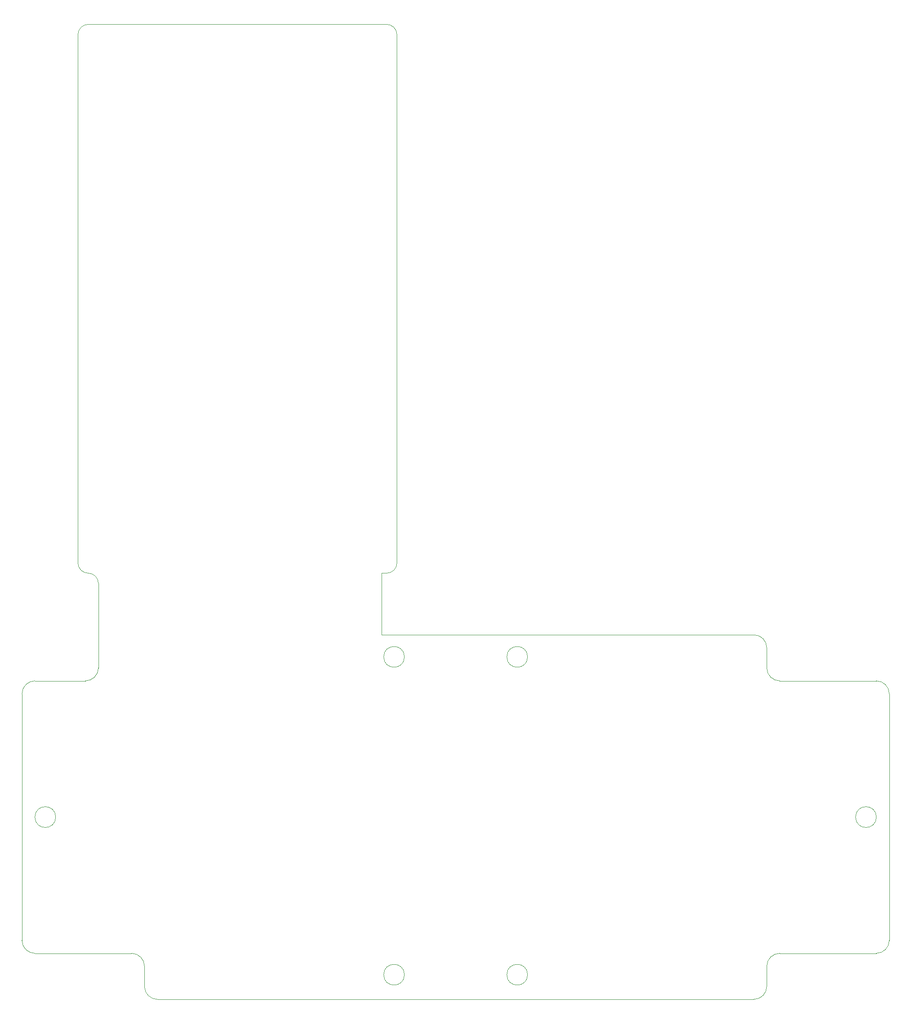
<source format=gm1>
G04 #@! TF.GenerationSoftware,KiCad,Pcbnew,8.0.2*
G04 #@! TF.CreationDate,2024-07-04T18:36:25+02:00*
G04 #@! TF.ProjectId,Single_board,53696e67-6c65-45f6-926f-6172642e6b69,1.0.2*
G04 #@! TF.SameCoordinates,Original*
G04 #@! TF.FileFunction,Profile,NP*
%FSLAX46Y46*%
G04 Gerber Fmt 4.6, Leading zero omitted, Abs format (unit mm)*
G04 Created by KiCad (PCBNEW 8.0.2) date 2024-07-04 18:36:25*
%MOMM*%
%LPD*%
G01*
G04 APERTURE LIST*
G04 #@! TA.AperFunction,Profile*
%ADD10C,0.100000*%
G04 #@! TD*
G04 APERTURE END LIST*
D10*
X193170000Y-143180000D02*
X193170000Y-155256070D01*
X194177000Y-143180000D02*
X193170000Y-143180000D01*
X133693000Y-141180000D02*
X133693000Y-37738000D01*
X268644000Y-220152000D02*
G75*
G02*
X271184000Y-217612000I2540000J0D01*
G01*
X268644000Y-224089000D02*
X268644000Y-220152000D01*
X135693000Y-143180000D02*
G75*
G02*
X133693000Y-141180000I0J2000000D01*
G01*
X122721000Y-166812000D02*
X122721000Y-215072000D01*
X197651000Y-159573000D02*
G75*
G02*
X193587000Y-159573000I-2032000J0D01*
G01*
X193587000Y-159573000D02*
G75*
G02*
X197651000Y-159573000I2032000J0D01*
G01*
X149264000Y-226629000D02*
X266104000Y-226629000D01*
X290107000Y-190942000D02*
G75*
G02*
X286043000Y-190942000I-2032000J0D01*
G01*
X286043000Y-190942000D02*
G75*
G02*
X290107000Y-190942000I2032000J0D01*
G01*
X194177000Y-35738000D02*
G75*
G02*
X196177000Y-37738000I0J-2000000D01*
G01*
X221781000Y-221803000D02*
G75*
G02*
X217717000Y-221803000I-2032000J0D01*
G01*
X217717000Y-221803000D02*
G75*
G02*
X221781000Y-221803000I2032000J0D01*
G01*
X292647000Y-215072000D02*
X292647000Y-166812000D01*
X197651000Y-221803000D02*
G75*
G02*
X193587000Y-221803000I-2032000J0D01*
G01*
X193587000Y-221803000D02*
G75*
G02*
X197651000Y-221803000I2032000J0D01*
G01*
X268644000Y-224089000D02*
G75*
G02*
X266104000Y-226629000I-2540000J0D01*
G01*
X290107000Y-164272000D02*
X271184000Y-164272000D01*
X266104000Y-155255000D02*
G75*
G02*
X268644000Y-157795000I0J-2540000D01*
G01*
X290107000Y-164272000D02*
G75*
G02*
X292647000Y-166812000I0J-2540000D01*
G01*
X137693949Y-161733949D02*
G75*
G02*
X135153949Y-164273949I-2540049J49D01*
G01*
X122721000Y-166812000D02*
G75*
G02*
X125261000Y-164272000I2540000J0D01*
G01*
X129325000Y-190942000D02*
G75*
G02*
X125261000Y-190942000I-2032000J0D01*
G01*
X125261000Y-190942000D02*
G75*
G02*
X129325000Y-190942000I2032000J0D01*
G01*
X149264000Y-226629000D02*
G75*
G02*
X146724000Y-224089000I0J2540000D01*
G01*
X146724000Y-220152000D02*
X146724000Y-224089000D01*
X271184000Y-164272000D02*
G75*
G02*
X268644000Y-161732000I0J2540000D01*
G01*
X292647000Y-215072000D02*
G75*
G02*
X290107000Y-217612000I-2540000J0D01*
G01*
X196177000Y-37738000D02*
X196177000Y-141180000D01*
X193170000Y-155256070D02*
X266104000Y-155255000D01*
X135693000Y-143180000D02*
G75*
G02*
X137693000Y-145180000I0J-2000000D01*
G01*
X135693000Y-35738000D02*
X194177000Y-35738000D01*
X144184000Y-217612000D02*
G75*
G02*
X146724000Y-220152000I0J-2540000D01*
G01*
X271184000Y-217612000D02*
X290107000Y-217612000D01*
X144184000Y-217612000D02*
X125261000Y-217612000D01*
X133693000Y-37738000D02*
G75*
G02*
X135693000Y-35738000I2000000J0D01*
G01*
X221781000Y-159573000D02*
G75*
G02*
X217717000Y-159573000I-2032000J0D01*
G01*
X217717000Y-159573000D02*
G75*
G02*
X221781000Y-159573000I2032000J0D01*
G01*
X125261000Y-164272000D02*
X135153949Y-164273949D01*
X137693000Y-145180000D02*
X137693949Y-161733949D01*
X125261000Y-217612000D02*
G75*
G02*
X122721000Y-215072000I0J2540000D01*
G01*
X268644000Y-161732000D02*
X268644000Y-157795000D01*
X196177000Y-141180000D02*
G75*
G02*
X194177000Y-143180000I-2000000J0D01*
G01*
M02*

</source>
